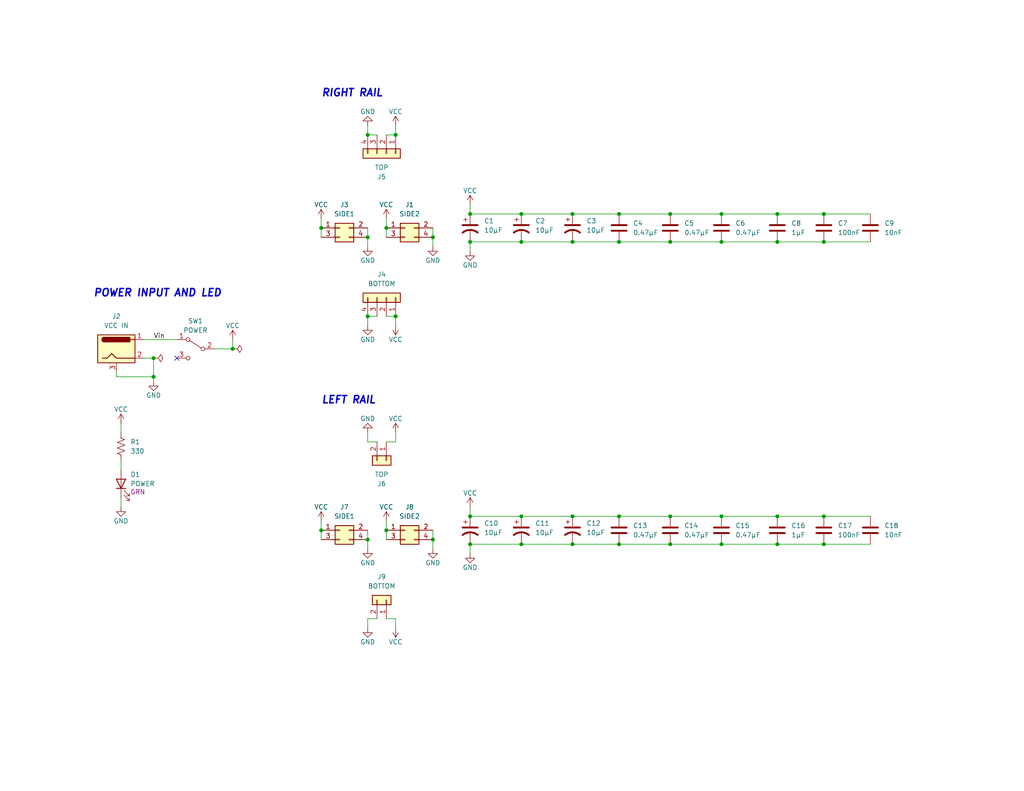
<source format=kicad_sch>
(kicad_sch (version 20230121) (generator eeschema)
  (paper "USLetter")
  (title_block (title "Breadboard Power Rails") (date "2023-09-11") (rev "1") (company "Frédéric Segard") (comment 1 "@microhobbyist"))
  (lib_symbols
    (symbol "0_Library:Barrel_Jack" (pin_names (offset 1.016))
      (property "Reference" "J11" (at 0 7.62 0))
      (property "Value" "Barrel_Jack" (at 0 5.08 0))
      (symbol "Barrel_Jack_0_1"
        (rectangle (start -5.08 3.81) (end 5.08 -3.81) (stroke (width 0.254)) (fill (type background)))
        (arc (start -3.302 3.175) (mid -3.9343 2.54) (end -3.302 1.905) (stroke (width 0.254)))
        (arc (start -3.302 3.175) (mid -3.9343 2.54) (end -3.302 1.905) (stroke (width 0.254)) (fill (type outline)))
        (polyline (pts (xy 5.08 2.54) (xy 3.81 2.54)) (stroke (width 0.254)))
        (polyline (pts (xy -3.81 -2.54) (xy -2.54 -2.54) (xy -1.27 -1.27) (xy 0 -2.54) (xy 2.54 -2.54) (xy 5.08 -2.54)) (stroke (width 0.254)))
        (rectangle (start 3.683 3.175) (end -3.302 1.905) (stroke (width 0.254)) (fill (type outline)))
      )
      (symbol "Barrel_Jack_1_1"
        (pin passive line (at 7.62 2.54 180) (length 2.54) (name "~") (number "1"))
        (pin passive line (at 7.62 -2.54 180) (length 2.54) (name "~") (number "2"))
        (pin passive line (at 0 -6.35 90) (length 2.54) (name "") (number "3"))
      )
    )
    (symbol "Connector_Generic:Conn_01x02" (pin_names (offset 1.016) hide)
      (property "Reference" "J" (at 0 2.54 0))
      (property "Value" "Conn_01x02" (at 0 -5.08 0))
      (symbol "Conn_01x02_1_1"
        (rectangle (start -1.27 -2.413) (end 0 -2.667) (stroke (width 0.1524)))
        (rectangle (start -1.27 0.127) (end 0 -0.127) (stroke (width 0.1524)))
        (rectangle (start -1.27 1.27) (end 1.27 -3.81) (stroke (width 0.254)) (fill (type background)))
        (pin passive line (at -5.08 0 0) (length 3.81) (name "Pin_1") (number "1"))
        (pin passive line (at -5.08 -2.54 0) (length 3.81) (name "Pin_2") (number "2"))
      )
    )
    (symbol "Connector_Generic:Conn_01x04" (pin_names (offset 1.016) hide)
      (property "Reference" "J" (at 0 5.08 0))
      (property "Value" "Conn_01x04" (at 0 -7.62 0))
      (symbol "Conn_01x04_1_1"
        (rectangle (start -1.27 -4.953) (end 0 -5.207) (stroke (width 0.1524)))
        (rectangle (start -1.27 -2.413) (end 0 -2.667) (stroke (width 0.1524)))
        (rectangle (start -1.27 0.127) (end 0 -0.127) (stroke (width 0.1524)))
        (rectangle (start -1.27 2.667) (end 0 2.413) (stroke (width 0.1524)))
        (rectangle (start -1.27 3.81) (end 1.27 -6.35) (stroke (width 0.254)) (fill (type background)))
        (pin passive line (at -5.08 2.54 0) (length 3.81) (name "Pin_1") (number "1"))
        (pin passive line (at -5.08 0 0) (length 3.81) (name "Pin_2") (number "2"))
        (pin passive line (at -5.08 -2.54 0) (length 3.81) (name "Pin_3") (number "3"))
        (pin passive line (at -5.08 -5.08 0) (length 3.81) (name "Pin_4") (number "4"))
      )
    )
    (symbol "Connector_Generic:Conn_02x02_Odd_Even" (pin_names (offset 1.016) hide)
      (property "Reference" "J" (at 1.27 2.54 0))
      (property "Value" "Conn_02x02_Odd_Even" (at 1.27 -5.08 0))
      (symbol "Conn_02x02_Odd_Even_1_1"
        (rectangle (start -1.27 -2.413) (end 0 -2.667) (stroke (width 0.1524)))
        (rectangle (start -1.27 0.127) (end 0 -0.127) (stroke (width 0.1524)))
        (rectangle (start -1.27 1.27) (end 3.81 -3.81) (stroke (width 0.254)) (fill (type background)))
        (rectangle (start 3.81 -2.413) (end 2.54 -2.667) (stroke (width 0.1524)))
        (rectangle (start 3.81 0.127) (end 2.54 -0.127) (stroke (width 0.1524)))
        (pin passive line (at -5.08 0 0) (length 3.81) (name "Pin_1") (number "1"))
        (pin passive line (at 7.62 0 180) (length 3.81) (name "Pin_2") (number "2"))
        (pin passive line (at -5.08 -2.54 0) (length 3.81) (name "Pin_3") (number "3"))
        (pin passive line (at 7.62 -2.54 180) (length 3.81) (name "Pin_4") (number "4"))
      )
    )
    (symbol "Device:C" (pin_numbers hide) (pin_names (offset 0.254))
      (property "Reference" "C" (at 0.635 2.54 0))
      (property "Value" "C" (at 0.635 -2.54 0))
      (symbol "C_0_1"
        (polyline (pts (xy -2.032 -0.762) (xy 2.032 -0.762)) (stroke (width 0.508)))
        (polyline (pts (xy -2.032 0.762) (xy 2.032 0.762)) (stroke (width 0.508)))
      )
      (symbol "C_1_1"
        (pin passive line (at 0 3.81 270) (length 2.794) (name "~") (number "1"))
        (pin passive line (at 0 -3.81 90) (length 2.794) (name "~") (number "2"))
      )
    )
    (symbol "Device:C_Polarized_US" (pin_numbers hide) (pin_names (offset 0.254) hide)
      (property "Reference" "C" (at 0.635 2.54 0))
      (property "Value" "C_Polarized_US" (at 0.635 -2.54 0))
      (symbol "C_Polarized_US_0_1"
        (polyline (pts (xy -2.032 0.762) (xy 2.032 0.762)) (stroke (width 0.508)))
        (polyline (pts (xy -1.778 2.286) (xy -0.762 2.286)))
        (polyline (pts (xy -1.27 1.778) (xy -1.27 2.794)))
        (arc (start 2.032 -1.27) (mid 0 -0.5572) (end -2.032 -1.27) (stroke (width 0.508)))
      )
      (symbol "C_Polarized_US_1_1"
        (pin passive line (at 0 3.81 270) (length 2.794) (name "~") (number "1"))
        (pin passive line (at 0 -3.81 90) (length 3.302) (name "~") (number "2"))
      )
    )
    (symbol "Device:LED" (pin_numbers hide) (pin_names (offset 1.016) hide)
      (property "Reference" "D" (at 0 2.54 0))
      (property "Value" "LED" (at 0 -2.54 0))
      (symbol "LED_0_1"
        (polyline (pts (xy -1.27 -1.27) (xy -1.27 1.27)) (stroke (width 0.254)))
        (polyline (pts (xy -1.27 0) (xy 1.27 0)))
        (polyline (pts (xy 1.27 -1.27) (xy 1.27 1.27) (xy -1.27 0) (xy 1.27 -1.27)) (stroke (width 0.254)))
        (polyline (pts (xy -3.048 -0.762) (xy -4.572 -2.286) (xy -3.81 -2.286) (xy -4.572 -2.286) (xy -4.572 -1.524)))
        (polyline (pts (xy -1.778 -0.762) (xy -3.302 -2.286) (xy -2.54 -2.286) (xy -3.302 -2.286) (xy -3.302 -1.524)))
      )
      (symbol "LED_1_1"
        (pin passive line (at -3.81 0 0) (length 2.54) (name "K") (number "1"))
        (pin passive line (at 3.81 0 180) (length 2.54) (name "A") (number "2"))
      )
    )
    (symbol "Device:R_US" (pin_numbers hide) (pin_names (offset 0))
      (property "Reference" "R" (at 2.54 0 90))
      (property "Value" "R_US" (at -2.54 0 90))
      (symbol "R_US_0_1"
        (polyline (pts (xy 0 -2.286) (xy 0 -2.54)))
        (polyline (pts (xy 0 2.286) (xy 0 2.54)))
        (polyline (pts (xy 0 -0.762) (xy 1.016 -1.143) (xy 0 -1.524) (xy -1.016 -1.905) (xy 0 -2.286)))
        (polyline (pts (xy 0 0.762) (xy 1.016 0.381) (xy 0 0) (xy -1.016 -0.381) (xy 0 -0.762)))
        (polyline (pts (xy 0 2.286) (xy 1.016 1.905) (xy 0 1.524) (xy -1.016 1.143) (xy 0 0.762)))
      )
      (symbol "R_US_1_1"
        (pin passive line (at 0 3.81 270) (length 1.27) (name "~") (number "1"))
        (pin passive line (at 0 -3.81 90) (length 1.27) (name "~") (number "2"))
      )
    )
    (symbol "Switch:SW_SPDT" (pin_names (offset 0) hide)
      (property "Reference" "SW" (at 0 4.318 0))
      (property "Value" "SW_SPDT" (at 0 -5.08 0))
      (symbol "SW_SPDT_0_0"
        (circle (center -2.032 0) (radius 0.508))
        (circle (center 2.032 -2.54) (radius 0.508))
      )
      (symbol "SW_SPDT_0_1"
        (polyline (pts (xy -1.524 0.254) (xy 1.651 2.286)))
        (circle (center 2.032 2.54) (radius 0.508))
      )
      (symbol "SW_SPDT_1_1"
        (pin passive line (at 5.08 2.54 180) (length 2.54) (name "A") (number "1"))
        (pin passive line (at -5.08 0 0) (length 2.54) (name "B") (number "2"))
        (pin passive line (at 5.08 -2.54 180) (length 2.54) (name "C") (number "3"))
      )
    )
    (symbol "power:GND" (power) (pin_names (offset 0))
      (property "Value" "GND" (at 0 -3.81 0))
      (symbol "GND_0_1"
        (polyline (pts (xy 0 0) (xy 0 -1.27) (xy 1.27 -1.27) (xy 0 -2.54) (xy -1.27 -1.27) (xy 0 -1.27)))
      )
      (symbol "GND_1_1"
        (pin power_in line (at 0 0 270) (length 0) hide (name "GND") (number "1"))
      )
    )
    (symbol "power:PWR_FLAG" (power) (pin_numbers hide) (pin_names (offset 0) hide)
      (property "Value" "PWR_FLAG" (at 0 3.81 0))
      (symbol "PWR_FLAG_0_0"
        (pin power_out line (at 0 0 90) (length 0) (name "pwr") (number "1"))
      )
      (symbol "PWR_FLAG_0_1"
        (polyline (pts (xy 0 0) (xy 0 1.27) (xy -1.016 1.905) (xy 0 2.54) (xy 1.016 1.905) (xy 0 1.27)))
      )
    )
    (symbol "power:VCC" (power) (pin_names (offset 0))
      (property "Value" "VCC" (at 0 3.81 0))
      (symbol "VCC_0_1"
        (polyline (pts (xy -0.762 1.27) (xy 0 2.54)))
        (polyline (pts (xy 0 0) (xy 0 2.54)))
        (polyline (pts (xy 0 2.54) (xy 0.762 1.27)))
      )
      (symbol "VCC_1_1"
        (pin power_in line (at 0 0 90) (length 0) hide (name "VCC") (number "1"))
      )
    )
  )
  (junction (at 41.91 97.79))
  (junction (at 212.09 58.42))
  (junction (at 142.24 58.42))
  (junction (at 142.24 148.59))
  (junction (at 105.41 144.78))
  (junction (at 156.21 58.42))
  (junction (at 182.88 66.04))
  (junction (at 118.11 64.77))
  (junction (at 142.24 140.97))
  (junction (at 224.79 140.97))
  (junction (at 168.91 140.97))
  (junction (at 107.95 86.36))
  (junction (at 63.5 95.25))
  (junction (at 118.11 147.32))
  (junction (at 182.88 58.42))
  (junction (at 168.91 66.04))
  (junction (at 87.63 62.23))
  (junction (at 212.09 66.04))
  (junction (at 128.27 66.04))
  (junction (at 128.27 140.97))
  (junction (at 100.33 147.32))
  (junction (at 182.88 140.97))
  (junction (at 212.09 140.97))
  (junction (at 41.91 102.87))
  (junction (at 128.27 58.42))
  (junction (at 128.27 148.59))
  (junction (at 105.41 62.23))
  (junction (at 168.91 148.59))
  (junction (at 224.79 66.04))
  (junction (at 224.79 148.59))
  (junction (at 168.91 58.42))
  (junction (at 100.33 86.36))
  (junction (at 107.95 36.83))
  (junction (at 196.85 66.04))
  (junction (at 142.24 66.04))
  (junction (at 156.21 148.59))
  (junction (at 196.85 140.97))
  (junction (at 196.85 148.59))
  (junction (at 224.79 58.42))
  (junction (at 100.33 64.77))
  (junction (at 156.21 66.04))
  (junction (at 100.33 36.83))
  (junction (at 156.21 140.97))
  (junction (at 196.85 58.42))
  (junction (at 182.88 148.59))
  (junction (at 212.09 148.59))
  (junction (at 87.63 144.78))
  (no_connect (at 48.26 97.79))
  (wire (pts (xy 118.11 147.32) (xy 118.11 149.86)))
  (wire (pts (xy 128.27 138.43) (xy 128.27 140.97)))
  (wire (pts (xy 102.87 36.83) (xy 100.33 36.83)))
  (wire (pts (xy 107.95 86.36) (xy 107.95 88.9)))
  (wire (pts (xy 100.33 168.91) (xy 100.33 171.45)))
  (wire (pts (xy 128.27 66.04) (xy 128.27 68.58)))
  (wire (pts (xy 196.85 66.04) (xy 212.09 66.04)))
  (wire (pts (xy 87.63 62.23) (xy 87.63 64.77)))
  (wire (pts (xy 107.95 120.65) (xy 107.95 118.11)))
  (wire (pts (xy 107.95 86.36) (xy 105.41 86.36)))
  (wire (pts (xy 100.33 144.78) (xy 100.33 147.32)))
  (wire (pts (xy 107.95 120.65) (xy 105.41 120.65)))
  (wire (pts (xy 100.33 36.83) (xy 100.33 34.29)))
  (wire (pts (xy 224.79 140.97) (xy 237.49 140.97)))
  (wire (pts (xy 182.88 148.59) (xy 168.91 148.59)))
  (wire (pts (xy 168.91 140.97) (xy 156.21 140.97)))
  (wire (pts (xy 212.09 66.04) (xy 224.79 66.04)))
  (wire (pts (xy 118.11 64.77) (xy 118.11 67.31)))
  (wire (pts (xy 41.91 97.79) (xy 41.91 102.87)))
  (wire (pts (xy 31.75 102.87) (xy 41.91 102.87)))
  (wire (pts (xy 168.91 66.04) (xy 156.21 66.04)))
  (wire (pts (xy 63.5 92.71) (xy 63.5 95.25)))
  (wire (pts (xy 224.79 148.59) (xy 237.49 148.59)))
  (wire (pts (xy 105.41 144.78) (xy 105.41 147.32)))
  (wire (pts (xy 105.41 142.24) (xy 105.41 144.78)))
  (wire (pts (xy 156.21 58.42) (xy 142.24 58.42)))
  (wire (pts (xy 142.24 58.42) (xy 128.27 58.42)))
  (wire (pts (xy 100.33 147.32) (xy 100.33 149.86)))
  (wire (pts (xy 118.11 144.78) (xy 118.11 147.32)))
  (wire (pts (xy 102.87 168.91) (xy 100.33 168.91)))
  (wire (pts (xy 212.09 140.97) (xy 224.79 140.97)))
  (wire (pts (xy 107.95 36.83) (xy 107.95 34.29)))
  (wire (pts (xy 168.91 58.42) (xy 156.21 58.42)))
  (wire (pts (xy 196.85 66.04) (xy 182.88 66.04)))
  (wire (pts (xy 107.95 168.91) (xy 105.41 168.91)))
  (wire (pts (xy 156.21 148.59) (xy 142.24 148.59)))
  (wire (pts (xy 118.11 62.23) (xy 118.11 64.77)))
  (wire (pts (xy 31.75 101.6) (xy 31.75 102.87)))
  (wire (pts (xy 102.87 86.36) (xy 100.33 86.36)))
  (wire (pts (xy 33.02 125.73) (xy 33.02 128.27)))
  (wire (pts (xy 196.85 148.59) (xy 212.09 148.59)))
  (wire (pts (xy 224.79 66.04) (xy 237.49 66.04)))
  (wire (pts (xy 196.85 140.97) (xy 182.88 140.97)))
  (wire (pts (xy 212.09 148.59) (xy 224.79 148.59)))
  (wire (pts (xy 182.88 58.42) (xy 168.91 58.42)))
  (wire (pts (xy 196.85 58.42) (xy 182.88 58.42)))
  (wire (pts (xy 105.41 59.69) (xy 105.41 62.23)))
  (wire (pts (xy 142.24 148.59) (xy 128.27 148.59)))
  (wire (pts (xy 100.33 62.23) (xy 100.33 64.77)))
  (wire (pts (xy 100.33 64.77) (xy 100.33 67.31)))
  (wire (pts (xy 168.91 148.59) (xy 156.21 148.59)))
  (wire (pts (xy 39.37 97.79) (xy 41.91 97.79)))
  (wire (pts (xy 212.09 58.42) (xy 224.79 58.42)))
  (wire (pts (xy 182.88 66.04) (xy 168.91 66.04)))
  (wire (pts (xy 39.37 92.71) (xy 48.26 92.71)))
  (wire (pts (xy 196.85 140.97) (xy 212.09 140.97)))
  (wire (pts (xy 87.63 144.78) (xy 87.63 147.32)))
  (wire (pts (xy 107.95 168.91) (xy 107.95 171.45)))
  (wire (pts (xy 107.95 36.83) (xy 105.41 36.83)))
  (wire (pts (xy 142.24 66.04) (xy 128.27 66.04)))
  (wire (pts (xy 105.41 62.23) (xy 105.41 64.77)))
  (wire (pts (xy 128.27 55.88) (xy 128.27 58.42)))
  (wire (pts (xy 87.63 59.69) (xy 87.63 62.23)))
  (wire (pts (xy 100.33 86.36) (xy 100.33 88.9)))
  (wire (pts (xy 33.02 115.57) (xy 33.02 118.11)))
  (wire (pts (xy 128.27 148.59) (xy 128.27 151.13)))
  (wire (pts (xy 224.79 58.42) (xy 237.49 58.42)))
  (wire (pts (xy 100.33 120.65) (xy 100.33 118.11)))
  (wire (pts (xy 102.87 120.65) (xy 100.33 120.65)))
  (wire (pts (xy 142.24 140.97) (xy 128.27 140.97)))
  (wire (pts (xy 156.21 66.04) (xy 142.24 66.04)))
  (wire (pts (xy 196.85 148.59) (xy 182.88 148.59)))
  (wire (pts (xy 87.63 142.24) (xy 87.63 144.78)))
  (wire (pts (xy 33.02 138.43) (xy 33.02 135.89)))
  (wire (pts (xy 182.88 140.97) (xy 168.91 140.97)))
  (wire (pts (xy 196.85 58.42) (xy 212.09 58.42)))
  (wire (pts (xy 58.42 95.25) (xy 63.5 95.25)))
  (wire (pts (xy 156.21 140.97) (xy 142.24 140.97)))
  (wire (pts (xy 41.91 102.87) (xy 41.91 104.14)))
  (text "RIGHT RAIL" (at 87.63 26.67 0) (effects (font (size 2 2) bold italic) (justify left bottom)))
  (text "POWER INPUT AND LED" (at 25.4 81.28 0) (effects (font (size 2 2) (thickness 0.4) bold italic) (justify left bottom)))
  (text "LEFT RAIL" (at 87.63 110.49 0) (effects (font (size 2 2) bold italic) (justify left bottom)))
  (label "Vin" (at 41.91 92.71 0))
  (symbol (lib_id "power:VCC") (at 107.95 171.45 0) (mirror x) (unit 1)
    (property "Reference" "#PWR023" (effects hide))
    (property "Value" "VCC" (at 107.95 175.26 0))
  )
  (symbol (lib_id "power:GND") (at 118.11 67.31 0) (unit 1)
    (property "Reference" "#PWR06" (effects hide))
    (property "Value" "GND" (at 118.11 71.12 0))
  )
  (symbol (lib_id "Device:C_Polarized_US") (at 142.24 144.78 0) (unit 1)
    (property "Reference" "C11" (at 146.05 142.875 0) (effects (justify left)))
    (property "Value" "10µF" (at 146.05 145.415 0) (effects (justify left)))
    (property "Footprint" "Capacitor_THT:CP_Radial_D6.3mm_P2.50mm" (effects hide))
  )
  (symbol (lib_id "Connector_Generic:Conn_02x02_Odd_Even") (at 110.49 62.23 0) (unit 1)
    (property "Reference" "J1" (at 111.76 55.88 0))
    (property "Value" "SIDE2" (at 111.76 58.42 0))
    (property "Footprint" "0_Library:PinHeader_2x2_Vertical (Modified)" (effects hide))
  )
  (symbol (lib_id "power:VCC") (at 63.5 92.71 0) (unit 1)
    (property "Reference" "#PWR01" (effects hide))
    (property "Value" "VCC" (at 63.5 88.9 0))
  )
  (symbol (lib_id "power:VCC") (at 87.63 59.69 0) (unit 1)
    (property "Reference" "#PWR02" (effects hide))
    (property "Value" "VCC" (at 87.63 55.88 0))
  )
  (symbol (lib_id "Connector_Generic:Conn_01x02") (at 105.41 125.73 270) (unit 1)
    (property "Reference" "J6" (at 104.14 132.08 90))
    (property "Value" "TOP" (at 104.14 129.54 90))
    (property "Footprint" "Connector_PinSocket_2.54mm:PinSocket_1x02_P2.54mm_Horizontal" (effects hide))
  )
  (symbol (lib_id "Device:R_US") (at 33.02 121.92 0) (unit 1)
    (property "Reference" "R1" (at 35.56 120.65 0) (effects (justify left)))
    (property "Value" "330" (at 35.56 123.19 0) (effects (justify left)))
    (property "Footprint" "Resistor_THT:R_Axial_DIN0207_L6.3mm_D2.5mm_P10.16mm_Horizontal" (effects hide))
  )
  (symbol (lib_id "Connector_Generic:Conn_01x04") (at 105.41 81.28 270) (mirror x) (unit 1)
    (property "Reference" "J4" (at 104.14 74.93 90))
    (property "Value" "BOTTOM" (at 104.14 77.47 90))
    (property "Footprint" "Connector_PinHeader_2.54mm:PinHeader_1x04_P2.54mm_Horizontal" (effects hide))
  )
  (symbol (lib_id "power:PWR_FLAG") (at 41.91 97.79 270) (unit 1)
    (property "Reference" "#FLG02" (effects hide))
    (property "Value" "PWR_FLAG" (effects hide))
  )
  (symbol (lib_id "Device:LED") (at 33.02 132.08 90) (unit 1)
    (property "Reference" "D1" (at 35.56 129.54 90) (effects (justify right)))
    (property "Value" "POWER" (at 35.56 132.08 90) (effects (justify right)))
    (property "Footprint" "LED_THT:LED_D5.0mm" (effects hide))
    (property "Color" "GRN" (at 35.56 134.3025 90) (effects (justify right)))
  )
  (symbol (lib_id "Device:C") (at 224.79 144.78 0) (unit 1)
    (property "Reference" "C17" (at 228.6 143.51 0) (effects (justify left)))
    (property "Value" "100nF" (at 228.6 146.05 0) (effects (justify left)))
    (property "Footprint" "Capacitor_THT:C_Disc_D3.0mm_W2.0mm_P2.50mm" (effects hide))
  )
  (symbol (lib_id "Switch:SW_SPDT") (at 53.34 95.25 0) (mirror y) (unit 1)
    (property "Reference" "SW1" (at 53.34 87.63 0))
    (property "Value" "POWER" (at 53.34 90.17 0))
    (property "Footprint" "0_Library:Microswitch_4.7mm_spacing" (effects hide))
  )
  (symbol (lib_id "Device:C_Polarized_US") (at 128.27 144.78 0) (unit 1)
    (property "Reference" "C10" (at 132.08 142.875 0) (effects (justify left)))
    (property "Value" "10µF" (at 132.08 145.415 0) (effects (justify left)))
    (property "Footprint" "Capacitor_THT:CP_Radial_D6.3mm_P2.50mm" (effects hide))
  )
  (symbol (lib_id "power:VCC") (at 105.41 59.69 0) (unit 1)
    (property "Reference" "#PWR03" (effects hide))
    (property "Value" "VCC" (at 105.41 55.88 0))
  )
  (symbol (lib_id "Device:C") (at 168.91 144.78 0) (unit 1)
    (property "Reference" "C13" (at 172.72 143.51 0) (effects (justify left)))
    (property "Value" "0.47µF" (at 172.72 146.05 0) (effects (justify left)))
    (property "Footprint" "Capacitor_THT:C_Disc_D3.0mm_W2.0mm_P2.50mm" (effects hide))
  )
  (symbol (lib_id "Device:C_Polarized_US") (at 156.21 62.23 0) (unit 1)
    (property "Reference" "C3" (at 160.02 60.325 0) (effects (justify left)))
    (property "Value" "10µF" (at 160.02 62.865 0) (effects (justify left)))
    (property "Footprint" "Capacitor_THT:CP_Radial_D6.3mm_P2.50mm" (effects hide))
  )
  (symbol (lib_id "power:VCC") (at 128.27 138.43 0) (unit 1)
    (property "Reference" "#PWR017" (effects hide))
    (property "Value" "VCC" (at 128.27 134.62 0))
  )
  (symbol (lib_id "Device:C") (at 182.88 144.78 0) (unit 1)
    (property "Reference" "C14" (at 186.69 143.51 0) (effects (justify left)))
    (property "Value" "0.47µF" (at 186.69 146.05 0) (effects (justify left)))
    (property "Footprint" "Capacitor_THT:C_Disc_D3.0mm_W2.0mm_P2.50mm" (effects hide))
  )
  (symbol (lib_id "power:VCC") (at 107.95 34.29 0) (unit 1)
    (property "Reference" "#PWR04" (effects hide))
    (property "Value" "VCC" (at 107.95 30.48 0))
  )
  (symbol (lib_id "power:GND") (at 100.33 118.11 180) (unit 1)
    (property "Reference" "#PWR015" (effects hide))
    (property "Value" "GND" (at 100.33 114.3 0))
  )
  (symbol (lib_id "power:GND") (at 128.27 68.58 0) (unit 1)
    (property "Reference" "#PWR010" (effects hide))
    (property "Value" "GND" (at 128.27 72.39 0))
  )
  (symbol (lib_id "power:GND") (at 100.33 67.31 0) (unit 1)
    (property "Reference" "#PWR05" (effects hide))
    (property "Value" "GND" (at 100.33 71.12 0))
  )
  (symbol (lib_id "Connector_Generic:Conn_02x02_Odd_Even") (at 92.71 62.23 0) (unit 1)
    (property "Reference" "J3" (at 93.98 55.88 0))
    (property "Value" "SIDE1" (at 93.98 58.42 0))
    (property "Footprint" "0_Library:PinHeader_2x2_Vertical (Modified)" (effects hide))
  )
  (symbol (lib_id "0_Library:Barrel_Jack") (at 31.75 95.25 0) (unit 1)
    (property "Reference" "J2" (at 31.75 86.36 0))
    (property "Value" "VCC IN" (at 31.75 88.9 0))
    (property "Footprint" "Connector_BarrelJack:BarrelJack_Horizontal" (effects hide))
  )
  (symbol (lib_id "Device:C_Polarized_US") (at 156.21 144.78 0) (unit 1)
    (property "Reference" "C12" (at 160.02 142.875 0) (effects (justify left)))
    (property "Value" "10µF" (at 160.02 145.415 0) (effects (justify left)))
    (property "Footprint" "Capacitor_THT:CP_Radial_D6.3mm_P2.50mm" (effects hide))
  )
  (symbol (lib_id "power:GND") (at 33.02 138.43 0) (unit 1)
    (property "Reference" "#PWR014" (effects hide))
    (property "Value" "GND" (at 33.02 142.24 0))
  )
  (symbol (lib_id "Device:C") (at 196.85 62.23 0) (unit 1)
    (property "Reference" "C6" (at 200.66 60.96 0) (effects (justify left)))
    (property "Value" "0.47µF" (at 200.66 63.5 0) (effects (justify left)))
    (property "Footprint" "Capacitor_THT:C_Disc_D3.0mm_W2.0mm_P2.50mm" (effects hide))
  )
  (symbol (lib_id "power:GND") (at 41.91 104.14 0) (unit 1)
    (property "Reference" "#PWR08" (effects hide))
    (property "Value" "GND" (at 41.91 107.95 0))
  )
  (symbol (lib_id "power:VCC") (at 107.95 118.11 0) (unit 1)
    (property "Reference" "#PWR016" (effects hide))
    (property "Value" "VCC" (at 107.95 114.3 0))
  )
  (symbol (lib_id "power:GND") (at 100.33 88.9 0) (mirror y) (unit 1)
    (property "Reference" "#PWR012" (effects hide))
    (property "Value" "GND" (at 100.33 92.71 0))
  )
  (symbol (lib_id "Device:C") (at 212.09 144.78 0) (unit 1)
    (property "Reference" "C16" (at 215.9 143.51 0) (effects (justify left)))
    (property "Value" "1µF" (at 215.9 146.05 0) (effects (justify left)))
    (property "Footprint" "Capacitor_THT:C_Disc_D3.0mm_W2.0mm_P2.50mm" (effects hide))
  )
  (symbol (lib_id "Connector_Generic:Conn_01x02") (at 105.41 163.83 270) (mirror x) (unit 1)
    (property "Reference" "J9" (at 104.14 157.48 90))
    (property "Value" "BOTTOM" (at 104.14 160.02 90))
    (property "Footprint" "Connector_PinHeader_2.54mm:PinHeader_1x02_P2.54mm_Horizontal" (effects hide))
  )
  (symbol (lib_id "power:VCC") (at 105.41 142.24 0) (unit 1)
    (property "Reference" "#PWR019" (effects hide))
    (property "Value" "VCC" (at 105.41 138.43 0))
  )
  (symbol (lib_id "Device:C") (at 212.09 62.23 0) (unit 1)
    (property "Reference" "C8" (at 215.9 60.96 0) (effects (justify left)))
    (property "Value" "1µF" (at 215.9 63.5 0) (effects (justify left)))
    (property "Footprint" "Capacitor_THT:C_Disc_D3.0mm_W2.0mm_P2.50mm" (effects hide))
  )
  (symbol (lib_id "Device:C_Polarized_US") (at 142.24 62.23 0) (unit 1)
    (property "Reference" "C2" (at 146.05 60.325 0) (effects (justify left)))
    (property "Value" "10µF" (at 146.05 62.865 0) (effects (justify left)))
    (property "Footprint" "Capacitor_THT:CP_Radial_D6.3mm_P2.50mm" (effects hide))
  )
  (symbol (lib_id "Device:C") (at 237.49 144.78 0) (unit 1)
    (property "Reference" "C18" (at 241.3 143.51 0) (effects (justify left)))
    (property "Value" "10nF" (at 241.3 146.05 0) (effects (justify left)))
    (property "Footprint" "Capacitor_THT:C_Disc_D3.0mm_W2.0mm_P2.50mm" (effects hide))
  )
  (symbol (lib_id "power:VCC") (at 107.95 88.9 0) (mirror x) (unit 1)
    (property "Reference" "#PWR07" (effects hide))
    (property "Value" "VCC" (at 107.95 92.71 0))
  )
  (symbol (lib_id "Connector_Generic:Conn_01x04") (at 105.41 41.91 270) (unit 1)
    (property "Reference" "J5" (at 104.14 48.26 90))
    (property "Value" "TOP" (at 104.14 45.72 90))
    (property "Footprint" "Connector_PinSocket_2.54mm:PinSocket_1x04_P2.54mm_Horizontal" (effects hide))
  )
  (symbol (lib_id "power:GND") (at 100.33 34.29 180) (unit 1)
    (property "Reference" "#PWR011" (effects hide))
    (property "Value" "GND" (at 100.33 30.48 0))
  )
  (symbol (lib_id "Device:C") (at 224.79 62.23 0) (unit 1)
    (property "Reference" "C7" (at 228.6 60.96 0) (effects (justify left)))
    (property "Value" "100nF" (at 228.6 63.5 0) (effects (justify left)))
    (property "Footprint" "Capacitor_THT:C_Disc_D3.0mm_W2.0mm_P2.50mm" (effects hide))
  )
  (symbol (lib_id "Connector_Generic:Conn_02x02_Odd_Even") (at 92.71 144.78 0) (unit 1)
    (property "Reference" "J7" (at 93.98 138.43 0))
    (property "Value" "SIDE1" (at 93.98 140.97 0))
    (property "Footprint" "0_Library:PinHeader_2x2_Vertical (Modified)" (effects hide))
  )
  (symbol (lib_id "power:GND") (at 100.33 149.86 0) (unit 1)
    (property "Reference" "#PWR020" (effects hide))
    (property "Value" "GND" (at 100.33 153.67 0))
  )
  (symbol (lib_id "Device:C") (at 182.88 62.23 0) (unit 1)
    (property "Reference" "C5" (at 186.69 60.96 0) (effects (justify left)))
    (property "Value" "0.47µF" (at 186.69 63.5 0) (effects (justify left)))
    (property "Footprint" "Capacitor_THT:C_Disc_D3.0mm_W2.0mm_P2.50mm" (effects hide))
  )
  (symbol (lib_id "Device:C") (at 237.49 62.23 0) (unit 1)
    (property "Reference" "C9" (at 241.3 60.96 0) (effects (justify left)))
    (property "Value" "10nF" (at 241.3 63.5 0) (effects (justify left)))
    (property "Footprint" "Capacitor_THT:C_Disc_D3.0mm_W2.0mm_P2.50mm" (effects hide))
  )
  (symbol (lib_id "Connector_Generic:Conn_02x02_Odd_Even") (at 110.49 144.78 0) (unit 1)
    (property "Reference" "J8" (at 111.76 138.43 0))
    (property "Value" "SIDE2" (at 111.76 140.97 0))
    (property "Footprint" "0_Library:PinHeader_2x2_Vertical (Modified)" (effects hide))
  )
  (symbol (lib_id "power:GND") (at 128.27 151.13 0) (unit 1)
    (property "Reference" "#PWR022" (effects hide))
    (property "Value" "GND" (at 128.27 154.94 0))
  )
  (symbol (lib_id "power:VCC") (at 87.63 142.24 0) (unit 1)
    (property "Reference" "#PWR018" (effects hide))
    (property "Value" "VCC" (at 87.63 138.43 0))
  )
  (symbol (lib_id "power:GND") (at 118.11 149.86 0) (unit 1)
    (property "Reference" "#PWR021" (effects hide))
    (property "Value" "GND" (at 118.11 153.67 0))
  )
  (symbol (lib_id "Device:C_Polarized_US") (at 128.27 62.23 0) (unit 1)
    (property "Reference" "C1" (at 132.08 60.325 0) (effects (justify left)))
    (property "Value" "10µF" (at 132.08 62.865 0) (effects (justify left)))
    (property "Footprint" "Capacitor_THT:CP_Radial_D6.3mm_P2.50mm" (effects hide))
  )
  (symbol (lib_id "Device:C") (at 196.85 144.78 0) (unit 1)
    (property "Reference" "C15" (at 200.66 143.51 0) (effects (justify left)))
    (property "Value" "0.47µF" (at 200.66 146.05 0) (effects (justify left)))
    (property "Footprint" "Capacitor_THT:C_Disc_D3.0mm_W2.0mm_P2.50mm" (effects hide))
  )
  (symbol (lib_id "Device:C") (at 168.91 62.23 0) (unit 1)
    (property "Reference" "C4" (at 172.72 60.96 0) (effects (justify left)))
    (property "Value" "0.47µF" (at 172.72 63.5 0) (effects (justify left)))
    (property "Footprint" "Capacitor_THT:C_Disc_D3.0mm_W2.0mm_P2.50mm" (effects hide))
  )
  (symbol (lib_id "power:GND") (at 100.33 171.45 0) (mirror y) (unit 1)
    (property "Reference" "#PWR024" (effects hide))
    (property "Value" "GND" (at 100.33 175.26 0))
  )
  (symbol (lib_id "power:PWR_FLAG") (at 63.5 95.25 270) (unit 1)
    (property "Reference" "#FLG01" (effects hide))
    (property "Value" "PWR_FLAG" (effects hide))
  )
  (symbol (lib_id "power:VCC") (at 128.27 55.88 0) (unit 1)
    (property "Reference" "#PWR09" (effects hide))
    (property "Value" "VCC" (at 128.27 52.07 0))
  )
  (symbol (lib_id "power:VCC") (at 33.02 115.57 0) (unit 1)
    (property "Reference" "#PWR013" (effects hide))
    (property "Value" "VCC" (at 33.02 111.76 0))
  )
)
</source>
